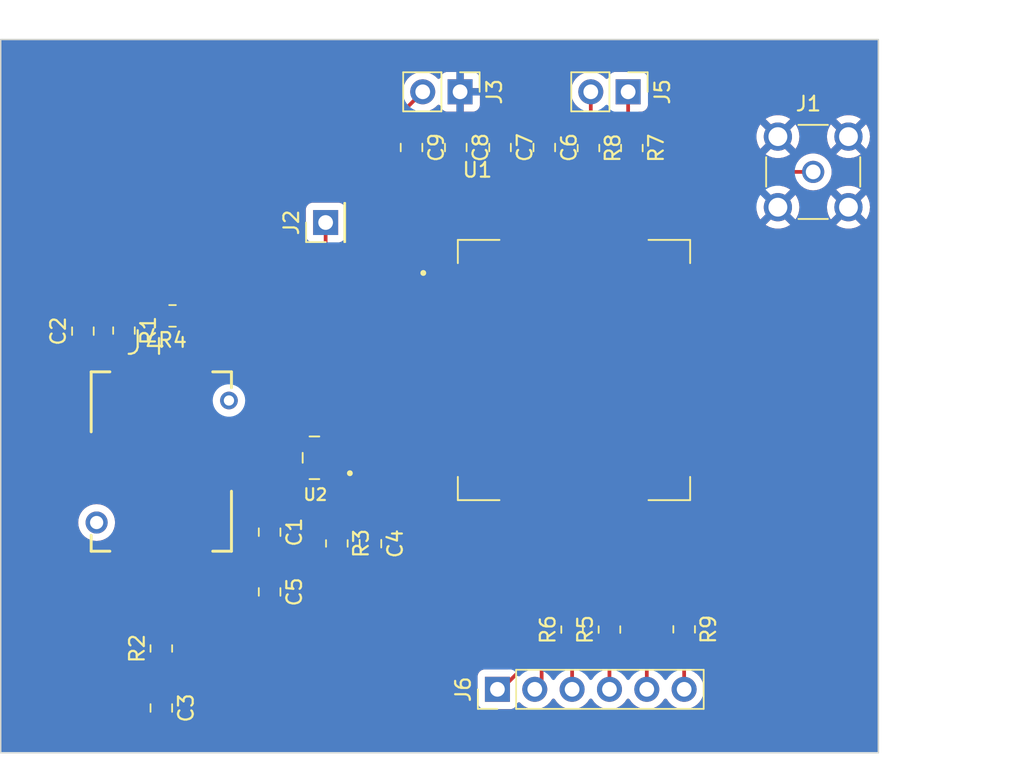
<source format=kicad_pcb>
(kicad_pcb (version 20221018) (generator pcbnew)
  (layers (0 "F.Cu" signal) (31 "B.Cu" signal) (34 "B.Paste" user) (35 "F.Paste" user) (36 "B.SilkS" user "B.Silkscreen") (37 "F.SilkS" user "F.Silkscreen") (38 "B.Mask" user) (39 "F.Mask" user) (44 "Edge.Cuts" user))
  (net 0 "")
  (net 1 "Net-(J4-GND)")
  (net 2 "Net-(J4-VCC)")
  (net 3 "Net-(U1-USIM_DATA)")
  (net 4 "GND")
  (net 5 "Net-(U1-USIM_RST)")
  (net 6 "Net-(U1-USIM_CLK)")
  (net 7 "Net-(J2-Pin_1)")
  (net 8 "Net-(J4-RST)")
  (net 9 "Net-(J4-CLK)")
  (net 11 "Net-(U1-MAIN_RXD)")
  (net 12 "Net-(U1-MAIN_TXD)")
  (net 13 "Net-(U1-DBG_RXD)")
  (net 14 "Net-(U1-DBG_TXD)")
  (net 15 "Net-(U1-RI)")
  (net 45 "Net-(J4-I{slash}O)")
  (net 46 "Net-(U1-ANT_RF)")
  (net 47 "Net-(J3-Pin_2)")
  (net 48 "Net-(J5-Pin_1)")
  (net 49 "Net-(J5-Pin_2)")
  (net 51 "Net-(J6-Pin_1)")
  (net 52 "Net-(J6-Pin_2)")
  (net 53 "Net-(J6-Pin_3)")
  (net 54 "Net-(J6-Pin_4)")
  (net 55 "Net-(J6-Pin_5)")
  (net 56 "Net-(J6-Pin_6)")
  (footprint "Capacitor_SMD:C_0805_2012Metric_Pad1.18x1.45mm_HandSolder" (layer "F.Cu") (at 81.026 105.156 -90)
    (fp_text reference "C3" (at 0 -1.68 90) (layer "F.SilkS"))
    (fp_text value "33p")
    (fp_line (start -0.261252 -0.735) (end 0.261252 -0.735) (stroke (width 0.12)) (layer "F.SilkS"))
    (fp_line (start -0.261252 0.735) (end 0.261252 0.735) (stroke (width 0.12)) (layer "F.SilkS"))
    (pad "1" smd roundrect (at -1.0375 0 270) (size 1.175 1.45) (layers "F.Cu" "F.Paste" "F.Mask") (roundrect_rratio 0.212766) (net 5 "Net-(U1-USIM_RST)"))
    (pad "2" smd roundrect (at 1.0375 0 270) (size 1.175 1.45) (layers "F.Cu" "F.Paste" "F.Mask") (roundrect_rratio 0.212766) (net 4 "GND"))
  )
  (footprint "Resistor_SMD:R_0805_2012Metric_Pad1.20x1.40mm_HandSolder" (layer "F.Cu") (at 78.486 79.486 -90)
    (fp_text reference "R1" (at 0 -1.65 90) (layer "F.SilkS"))
    (fp_text value "22")
    (fp_line (start -0.227064 -0.735) (end 0.227064 -0.735) (stroke (width 0.12)) (layer "F.SilkS"))
    (fp_line (start -0.227064 0.735) (end 0.227064 0.735) (stroke (width 0.12)) (layer "F.SilkS"))
    (pad "1" smd roundrect (at -1 0 270) (size 1.2 1.4) (layers "F.Cu" "F.Paste" "F.Mask") (roundrect_rratio 0.208333) (net 3 "Net-(U1-USIM_DATA)"))
    (pad "2" smd roundrect (at 1 0 270) (size 1.2 1.4) (layers "F.Cu" "F.Paste" "F.Mask") (roundrect_rratio 0.208333) (net 45 "Net-(J4-I{slash}O)"))
  )
  (footprint "SMA_CONNECTOR:LPRS_SMA_CONNECTOR" (layer "F.Cu") (at 125.362 68.694)
    (fp_text reference "J1" (at -0.325 -4.635) (layer "F.SilkS"))
    (fp_text value "SMA_CONNECTOR")
    (fp_line (start -3.2 1) (end -3.2 -1) (stroke (width 0.127)) (layer "F.SilkS"))
    (fp_line (start -1 -3.2) (end 1 -3.2) (stroke (width 0.127)) (layer "F.SilkS"))
    (fp_line (start 1 3.2) (end -1 3.2) (stroke (width 0.127)) (layer "F.SilkS"))
    (fp_line (start 3.2 -1) (end 3.2 1) (stroke (width 0.127)) (layer "F.SilkS"))
    (pad "1" thru_hole circle (at 0 0) (size 1.508 1.508) (drill 1) (layers "*.Cu" "*.Mask") (net 46 "Net-(U1-ANT_RF)"))
    (pad "G1" thru_hole circle (at -2.4 -2.4) (size 1.92 1.92) (drill 1.28) (layers "*.Cu" "*.Mask") (net 4 "GND"))
    (pad "G2" thru_hole circle (at -2.4 2.4) (size 1.92 1.92) (drill 1.28) (layers "*.Cu" "*.Mask") (net 4 "GND"))
    (pad "G3" thru_hole circle (at 2.4 2.4) (size 1.92 1.92) (drill 1.28) (layers "*.Cu" "*.Mask") (net 4 "GND"))
    (pad "G4" thru_hole circle (at 2.4 -2.4) (size 1.92 1.92) (drill 1.28) (layers "*.Cu" "*.Mask") (net 4 "GND"))
  )
  (footprint "Capacitor_SMD:C_0805_2012Metric_Pad1.18x1.45mm_HandSolder" (layer "F.Cu") (at 104.064 67.0345 -90)
    (fp_text reference "C7" (at 0 -1.68 90) (layer "F.SilkS"))
    (fp_text value "100p")
    (fp_line (start -0.261252 -0.735) (end 0.261252 -0.735) (stroke (width 0.12)) (layer "F.SilkS"))
    (fp_line (start -0.261252 0.735) (end 0.261252 0.735) (stroke (width 0.12)) (layer "F.SilkS"))
    (pad "1" smd roundrect (at -1.0375 0 270) (size 1.175 1.45) (layers "F.Cu" "F.Paste" "F.Mask") (roundrect_rratio 0.212766) (net 4 "GND"))
    (pad "2" smd roundrect (at 1.0375 0 270) (size 1.175 1.45) (layers "F.Cu" "F.Paste" "F.Mask") (roundrect_rratio 0.212766) (net 47 "Net-(J3-Pin_2)"))
  )
  (footprint "Resistor_SMD:R_0805_2012Metric_Pad1.20x1.40mm_HandSolder" (layer "F.Cu") (at 81.026 101.108 90)
    (fp_text reference "R2" (at 0 -1.65 90) (layer "F.SilkS"))
    (fp_text value "22")
    (fp_line (start -0.227064 -0.735) (end 0.227064 -0.735) (stroke (width 0.12)) (layer "F.SilkS"))
    (fp_line (start -0.227064 0.735) (end 0.227064 0.735) (stroke (width 0.12)) (layer "F.SilkS"))
    (pad "1" smd roundrect (at -1 0 90) (size 1.2 1.4) (layers "F.Cu" "F.Paste" "F.Mask") (roundrect_rratio 0.208333) (net 5 "Net-(U1-USIM_RST)"))
    (pad "2" smd roundrect (at 1 0 90) (size 1.2 1.4) (layers "F.Cu" "F.Paste" "F.Mask") (roundrect_rratio 0.208333) (net 8 "Net-(J4-RST)"))
  )
  (footprint "Resistor_SMD:R_0805_2012Metric_Pad1.20x1.40mm_HandSolder" (layer "F.Cu") (at 110.08 67.072 -90)
    (fp_text reference "R8" (at 0 -1.65 90) (layer "F.SilkS"))
    (fp_text value "1k")
    (fp_line (start -0.227064 -0.735) (end 0.227064 -0.735) (stroke (width 0.12)) (layer "F.SilkS"))
    (fp_line (start -0.227064 0.735) (end 0.227064 0.735) (stroke (width 0.12)) (layer "F.SilkS"))
    (pad "1" smd roundrect (at -1 0 270) (size 1.2 1.4) (layers "F.Cu" "F.Paste" "F.Mask") (roundrect_rratio 0.208333) (net 49 "Net-(J5-Pin_2)"))
    (pad "2" smd roundrect (at 1 0 270) (size 1.2 1.4) (layers "F.Cu" "F.Paste" "F.Mask") (roundrect_rratio 0.208333) (net 14 "Net-(U1-DBG_TXD)"))
  )
  (footprint "Resistor_SMD:R_0805_2012Metric_Pad1.20x1.40mm_HandSolder" (layer "F.Cu") (at 108.966 99.822 90)
    (fp_text reference "R6" (at 0 -1.65 90) (layer "F.SilkS"))
    (fp_text value "1k")
    (fp_line (start -0.227064 -0.735) (end 0.227064 -0.735) (stroke (width 0.12)) (layer "F.SilkS"))
    (fp_line (start -0.227064 0.735) (end 0.227064 0.735) (stroke (width 0.12)) (layer "F.SilkS"))
    (pad "1" smd roundrect (at -1 0 90) (size 1.2 1.4) (layers "F.Cu" "F.Paste" "F.Mask") (roundrect_rratio 0.208333) (net 53 "Net-(J6-Pin_3)"))
    (pad "2" smd roundrect (at 1 0 90) (size 1.2 1.4) (layers "F.Cu" "F.Paste" "F.Mask") (roundrect_rratio 0.208333) (net 12 "Net-(U1-MAIN_TXD)"))
  )
  (footprint "ESDS304DBVR:SOT95P280X145-5N" (layer "F.Cu") (at 91.44 88.138 180)
    (fp_text reference "U2" (at -0.06 -2.508) (layer "F.SilkS") (effects (font (size 0.8 0.8))))
    (fp_text value "ESDS304DBVR")
    (fp_line (start -0.33 -1.45) (end 0.33 -1.45) (stroke (width 0.127)) (layer "F.SilkS"))
    (fp_line (start 0.33 1.45) (end -0.33 1.45) (stroke (width 0.127)) (layer "F.SilkS"))
    (fp_line (start 0.8 -0.335) (end 0.8 0.335) (stroke (width 0.127)) (layer "F.SilkS"))
    (fp_circle (center -2.41 -1.05) (end -2.31 -1.05) (stroke (width 0.2)) (fill none) (layer "F.SilkS"))
    (pad "1" smd roundrect (at -1.255 -0.95 180) (size 1.21 0.59) (layers "F.Cu" "F.Paste" "F.Mask") (roundrect_rratio 0.15) (net 2 "Net-(J4-VCC)"))
    (pad "2" smd roundrect (at -1.255 0 180) (size 1.21 0.59) (layers "F.Cu" "F.Paste" "F.Mask") (roundrect_rratio 0.15) (net 4 "GND"))
    (pad "3" smd roundrect (at -1.255 0.95 180) (size 1.21 0.59) (layers "F.Cu" "F.Paste" "F.Mask") (roundrect_rratio 0.15) (net 6 "Net-(U1-USIM_CLK)"))
    (pad "4" smd roundrect (at 1.255 0.95 180) (size 1.21 0.59) (layers "F.Cu" "F.Paste" "F.Mask") (roundrect_rratio 0.15) (net 5 "Net-(U1-USIM_RST)"))
    (pad "5" smd roundrect (at 1.255 -0.95 180) (size 1.21 0.59) (layers "F.Cu" "F.Paste" "F.Mask") (roundrect_rratio 0.15) (net 3 "Net-(U1-USIM_DATA)"))
  )
  (footprint "Resistor_SMD:R_0805_2012Metric_Pad1.20x1.40mm_HandSolder" (layer "F.Cu") (at 113.03 67.072 -90)
    (fp_text reference "R7" (at 0 -1.65 90) (layer "F.SilkS"))
    (fp_text value "1k")
    (fp_line (start -0.227064 -0.735) (end 0.227064 -0.735) (stroke (width 0.12)) (layer "F.SilkS"))
    (fp_line (start -0.227064 0.735) (end 0.227064 0.735) (stroke (width 0.12)) (layer "F.SilkS"))
    (pad "1" smd roundrect (at -1 0 270) (size 1.2 1.4) (layers "F.Cu" "F.Paste" "F.Mask") (roundrect_rratio 0.208333) (net 48 "Net-(J5-Pin_1)"))
    (pad "2" smd roundrect (at 1 0 270) (size 1.2 1.4) (layers "F.Cu" "F.Paste" "F.Mask") (roundrect_rratio 0.208333) (net 13 "Net-(U1-DBG_RXD)"))
  )
  (footprint "Capacitor_SMD:C_0805_2012Metric_Pad1.18x1.45mm_HandSolder" (layer "F.Cu") (at 75.692 79.5235 90)
    (fp_text reference "C2" (at 0 -1.68 90) (layer "F.SilkS"))
    (fp_text value "33p")
    (fp_line (start -0.261252 -0.735) (end 0.261252 -0.735) (stroke (width 0.12)) (layer "F.SilkS"))
    (fp_line (start -0.261252 0.735) (end 0.261252 0.735) (stroke (width 0.12)) (layer "F.SilkS"))
    (pad "1" smd roundrect (at -1.0375 0 90) (size 1.175 1.45) (layers "F.Cu" "F.Paste" "F.Mask") (roundrect_rratio 0.212766) (net 3 "Net-(U1-USIM_DATA)"))
    (pad "2" smd roundrect (at 1.0375 0 90) (size 1.175 1.45) (layers "F.Cu" "F.Paste" "F.Mask") (roundrect_rratio 0.212766) (net 4 "GND"))
  )
  (footprint "Connector_PinHeader_2.54mm:PinHeader_1x02_P2.54mm_Vertical" (layer "F.Cu") (at 112.776 63.246 -90)
    (fp_text reference "J5" (at 0 -2.33 90) (layer "F.SilkS"))
    (fp_text value "Conn_01x02_Pin")
    (fp_line (start -1.33 -1.33) (end 0 -1.33) (stroke (width 0.12)) (layer "F.SilkS"))
    (fp_line (start -1.33 0) (end -1.33 -1.33) (stroke (width 0.12)) (layer "F.SilkS"))
    (fp_line (start -1.33 1.27) (end -1.33 3.87) (stroke (width 0.12)) (layer "F.SilkS"))
    (fp_line (start -1.33 1.27) (end 1.33 1.27) (stroke (width 0.12)) (layer "F.SilkS"))
    (fp_line (start -1.33 3.87) (end 1.33 3.87) (stroke (width 0.12)) (layer "F.SilkS"))
    (fp_line (start 1.33 1.27) (end 1.33 3.87) (stroke (width 0.12)) (layer "F.SilkS"))
    (pad "1" thru_hole rect (at 0 0 270) (size 1.7 1.7) (drill 1) (layers "*.Cu" "*.Mask") (net 48 "Net-(J5-Pin_1)"))
    (pad "2" thru_hole oval (at 0 2.54 270) (size 1.7 1.7) (drill 1) (layers "*.Cu" "*.Mask") (net 49 "Net-(J5-Pin_2)"))
  )
  (footprint "Capacitor_SMD:C_0805_2012Metric_Pad1.18x1.45mm_HandSolder" (layer "F.Cu") (at 101.054 67.0345 -90)
    (fp_text reference "C8" (at 0 -1.68 90) (layer "F.SilkS"))
    (fp_text value "22p")
    (fp_line (start -0.261252 -0.735) (end 0.261252 -0.735) (stroke (width 0.12)) (layer "F.SilkS"))
    (fp_line (start -0.261252 0.735) (end 0.261252 0.735) (stroke (width 0.12)) (layer "F.SilkS"))
    (pad "1" smd roundrect (at -1.0375 0 270) (size 1.175 1.45) (layers "F.Cu" "F.Paste" "F.Mask") (roundrect_rratio 0.212766) (net 4 "GND"))
    (pad "2" smd roundrect (at 1.0375 0 270) (size 1.175 1.45) (layers "F.Cu" "F.Paste" "F.Mask") (roundrect_rratio 0.212766) (net 47 "Net-(J3-Pin_2)"))
  )
  (footprint "Connector_PinHeader_2.54mm:PinHeader_1x01_P2.54mm_Vertical" (layer "F.Cu") (at 92.202 72.136 90)
    (fp_text reference "J2" (at 0 -2.33 90) (layer "F.SilkS"))
    (fp_text value "Conn_01x01_Pin")
    (fp_line (start -1.33 -1.33) (end 0 -1.33) (stroke (width 0.12)) (layer "F.SilkS"))
    (fp_line (start -1.33 0) (end -1.33 -1.33) (stroke (width 0.12)) (layer "F.SilkS"))
    (fp_line (start -1.33 1.27) (end -1.33 1.33) (stroke (width 0.12)) (layer "F.SilkS"))
    (fp_line (start -1.33 1.27) (end 1.33 1.27) (stroke (width 0.12)) (layer "F.SilkS"))
    (fp_line (start -1.33 1.33) (end 1.33 1.33) (stroke (width 0.12)) (layer "F.SilkS"))
    (fp_line (start 1.33 1.27) (end 1.33 1.33) (stroke (width 0.12)) (layer "F.SilkS"))
    (pad "1" thru_hole rect (at 0 0 90) (size 1.7 1.7) (drill 1) (layers "*.Cu" "*.Mask") (net 7 "Net-(J2-Pin_1)"))
  )
  (footprint "Resistor_SMD:R_0805_2012Metric_Pad1.20x1.40mm_HandSolder" (layer "F.Cu") (at 92.964 93.964 -90)
    (fp_text reference "R3" (at 0 -1.65 90) (layer "F.SilkS"))
    (fp_text value "22")
    (fp_line (start -0.227064 -0.735) (end 0.227064 -0.735) (stroke (width 0.12)) (layer "F.SilkS"))
    (fp_line (start -0.227064 0.735) (end 0.227064 0.735) (stroke (width 0.12)) (layer "F.SilkS"))
    (pad "1" smd roundrect (at -1 0 270) (size 1.2 1.4) (layers "F.Cu" "F.Paste" "F.Mask") (roundrect_rratio 0.208333) (net 6 "Net-(U1-USIM_CLK)"))
    (pad "2" smd roundrect (at 1 0 270) (size 1.2 1.4) (layers "F.Cu" "F.Paste" "F.Mask") (roundrect_rratio 0.208333) (net 9 "Net-(J4-CLK)"))
  )
  (footprint "Resistor_SMD:R_0805_2012Metric_Pad1.20x1.40mm_HandSolder" (layer "F.Cu") (at 116.586 99.806 -90)
    (fp_text reference "R9" (at 0 -1.65 90) (layer "F.SilkS"))
    (fp_text value "1k")
    (fp_line (start -0.227064 -0.735) (end 0.227064 -0.735) (stroke (width 0.12)) (layer "F.SilkS"))
    (fp_line (start -0.227064 0.735) (end 0.227064 0.735) (stroke (width 0.12)) (layer "F.SilkS"))
    (pad "1" smd roundrect (at -1 0 270) (size 1.2 1.4) (layers "F.Cu" "F.Paste" "F.Mask") (roundrect_rratio 0.208333) (net 15 "Net-(U1-RI)"))
    (pad "2" smd roundrect (at 1 0 270) (size 1.2 1.4) (layers "F.Cu" "F.Paste" "F.Mask") (roundrect_rratio 0.208333) (net 56 "Net-(J6-Pin_6)"))
  )
  (footprint "Capacitor_SMD:C_0805_2012Metric_Pad1.18x1.45mm_HandSolder" (layer "F.Cu") (at 98.044 67.0345 -90)
    (fp_text reference "C9" (at 0 -1.68 90) (layer "F.SilkS"))
    (fp_text value "100µ")
    (fp_line (start -0.261252 -0.735) (end 0.261252 -0.735) (stroke (width 0.12)) (layer "F.SilkS"))
    (fp_line (start -0.261252 0.735) (end 0.261252 0.735) (stroke (width 0.12)) (layer "F.SilkS"))
    (pad "1" smd roundrect (at -1.0375 0 270) (size 1.175 1.45) (layers "F.Cu" "F.Paste" "F.Mask") (roundrect_rratio 0.212766) (net 4 "GND"))
    (pad "2" smd roundrect (at 1.0375 0 270) (size 1.175 1.45) (layers "F.Cu" "F.Paste" "F.Mask") (roundrect_rratio 0.212766) (net 47 "Net-(J3-Pin_2)"))
  )
  (footprint "Capacitor_SMD:C_0805_2012Metric_Pad1.18x1.45mm_HandSolder" (layer "F.Cu") (at 88.392 93.1965 -90)
    (fp_text reference "C1" (at 0 -1.68 90) (layer "F.SilkS"))
    (fp_text value "100n")
    (fp_line (start -0.261252 -0.735) (end 0.261252 -0.735) (stroke (width 0.12)) (layer "F.SilkS"))
    (fp_line (start -0.261252 0.735) (end 0.261252 0.735) (stroke (width 0.12)) (layer "F.SilkS"))
    (pad "1" smd roundrect (at -1.0375 0 270) (size 1.175 1.45) (layers "F.Cu" "F.Paste" "F.Mask") (roundrect_rratio 0.212766) (net 1 "Net-(J4-GND)"))
    (pad "2" smd roundrect (at 1.0375 0 270) (size 1.175 1.45) (layers "F.Cu" "F.Paste" "F.Mask") (roundrect_rratio 0.212766) (net 2 "Net-(J4-VCC)"))
  )
  (footprint "Connector_PinHeader_2.54mm:PinHeader_1x06_P2.54mm_Vertical" (layer "F.Cu") (at 103.886 103.886 90)
    (fp_text reference "J6" (at 0 -2.33 90) (layer "F.SilkS"))
    (fp_text value "Conn_01x06_Pin")
    (fp_line (start -1.33 -1.33) (end 0 -1.33) (stroke (width 0.12)) (layer "F.SilkS"))
    (fp_line (start -1.33 0) (end -1.33 -1.33) (stroke (width 0.12)) (layer "F.SilkS"))
    (fp_line (start -1.33 1.27) (end -1.33 14.03) (stroke (width 0.12)) (layer "F.SilkS"))
    (fp_line (start -1.33 1.27) (end 1.33 1.27) (stroke (width 0.12)) (layer "F.SilkS"))
    (fp_line (start -1.33 14.03) (end 1.33 14.03) (stroke (width 0.12)) (layer "F.SilkS"))
    (fp_line (start 1.33 1.27) (end 1.33 14.03) (stroke (width 0.12)) (layer "F.SilkS"))
    (pad "1" thru_hole rect (at 0 0 90) (size 1.7 1.7) (drill 1) (layers "*.Cu" "*.Mask") (net 51 "Net-(J6-Pin_1)"))
    (pad "2" thru_hole oval (at 0 2.54 90) (size 1.7 1.7) (drill 1) (layers "*.Cu" "*.Mask") (net 52 "Net-(J6-Pin_2)"))
    (pad "3" thru_hole oval (at 0 5.08 90) (size 1.7 1.7) (drill 1) (layers "*.Cu" "*.Mask") (net 53 "Net-(J6-Pin_3)"))
    (pad "4" thru_hole oval (at 0 7.62 90) (size 1.7 1.7) (drill 1) (layers "*.Cu" "*.Mask") (net 54 "Net-(J6-Pin_4)"))
    (pad "5" thru_hole oval (at 0 10.16 90) (size 1.7 1.7) (drill 1) (layers "*.Cu" "*.Mask") (net 55 "Net-(J6-Pin_5)"))
    (pad "6" thru_hole oval (at 0 12.7 90) (size 1.7 1.7) (drill 1) (layers "*.Cu" "*.Mask") (net 56 "Net-(J6-Pin_6)"))
  )
  (footprint "Resistor_SMD:R_0805_2012Metric_Pad1.20x1.40mm_HandSolder" (layer "F.Cu") (at 81.788 78.486 180)
    (fp_text reference "R4" (at 0 -1.65) (layer "F.SilkS"))
    (fp_text value "10k")
    (fp_line (start -0.227064 -0.735) (end 0.227064 -0.735) (stroke (width 0.12)) (layer "F.SilkS"))
    (fp_line (start -0.227064 0.735) (end 0.227064 0.735) (stroke (width 0.12)) (layer "F.SilkS"))
    (pad "1" smd roundrect (at -1 0 180) (size 1.2 1.4) (layers "F.Cu" "F.Paste" "F.Mask") (roundrect_rratio 0.208333) (net 2 "Net-(J4-VCC)"))
    (pad "2" smd roundrect (at 1 0 180) (size 1.2 1.4) (layers "F.Cu" "F.Paste" "F.Mask") (roundrect_rratio 0.208333) (net 45 "Net-(J4-I{slash}O)"))
  )
  (footprint "Resistor_SMD:R_0805_2012Metric_Pad1.20x1.40mm_HandSolder" (layer "F.Cu") (at 111.506 99.822 90)
    (fp_text reference "R5" (at 0 -1.65 90) (layer "F.SilkS"))
    (fp_text value "1k")
    (fp_line (start -0.227064 -0.735) (end 0.227064 -0.735) (stroke (width 0.12)) (layer "F.SilkS"))
    (fp_line (start -0.227064 0.735) (end 0.227064 0.735) (stroke (width 0.12)) (layer "F.SilkS"))
    (pad "1" smd roundrect (at -1 0 90) (size 1.2 1.4) (layers "F.Cu" "F.Paste" "F.Mask") (roundrect_rratio 0.208333) (net 54 "Net-(J6-Pin_4)"))
    (pad "2" smd roundrect (at 1 0 90) (size 1.2 1.4) (layers "F.Cu" "F.Paste" "F.Mask") (roundrect_rratio 0.208333) (net 11 "Net-(U1-MAIN_RXD)"))
  )
  (footprint "Capacitor_SMD:C_0805_2012Metric_Pad1.18x1.45mm_HandSolder" (layer "F.Cu") (at 88.392 97.2605 -90)
    (fp_text reference "C5" (at 0 -1.68 90) (layer "F.SilkS"))
    (fp_text value "33p")
    (fp_line (start -0.261252 -0.735) (end 0.261252 -0.735) (stroke (width 0.12)) (layer "F.SilkS"))
    (fp_line (start -0.261252 0.735) (end 0.261252 0.735) (stroke (width 0.12)) (layer "F.SilkS"))
    (pad "1" smd roundrect (at -1.0375 0 270) (size 1.175 1.45) (layers "F.Cu" "F.Paste" "F.Mask") (roundrect_rratio 0.212766) (net 2 "Net-(J4-VCC)"))
    (pad "2" smd roundrect (at 1.0375 0 270) (size 1.175 1.45) (layers "F.Cu" "F.Paste" "F.Mask") (roundrect_rratio 0.212766) (net 4 "GND"))
  )
  (footprint "Connector_PinHeader_2.54mm:PinHeader_1x02_P2.54mm_Vertical" (layer "F.Cu") (at 101.346 63.246 -90)
    (fp_text reference "J3" (at 0 -2.33 90) (layer "F.SilkS"))
    (fp_text value "Conn_01x02_Pin")
    (fp_line (start -1.33 -1.33) (end 0 -1.33) (stroke (width 0.12)) (layer "F.SilkS"))
    (fp_line (start -1.33 0) (end -1.33 -1.33) (stroke (width 0.12)) (layer "F.SilkS"))
    (fp_line (start -1.33 1.27) (end -1.33 3.87) (stroke (width 0.12)) (layer "F.SilkS"))
    (fp_line (start -1.33 1.27) (end 1.33 1.27) (stroke (width 0.12)) (layer "F.SilkS"))
    (fp_line (start -1.33 3.87) (end 1.33 3.87) (stroke (width 0.12)) (layer "F.SilkS"))
    (fp_line (start 1.33 1.27) (end 1.33 3.87) (stroke (width 0.12)) (layer "F.SilkS"))
    (pad "1" thru_hole rect (at 0 0 270) (size 1.7 1.7) (drill 1) (layers "*.Cu" "*.Mask") (net 4 "GND"))
    (pad "2" thru_hole oval (at 0 2.54 270) (size 1.7 1.7) (drill 1) (layers "*.Cu" "*.Mask") (net 47 "Net-(J3-Pin_2)"))
  )
  (footprint "Capacitor_SMD:C_0805_2012Metric_Pad1.18x1.45mm_HandSolder" (layer "F.Cu") (at 107.074 67.0345 -90)
    (fp_text reference "C6" (at 0 -1.68 90) (layer "F.SilkS"))
    (fp_text value "100n")
    (fp_line (start -0.261252 -0.735) (end 0.261252 -0.735) (stroke (width 0.12)) (layer "F.SilkS"))
    (fp_line (start -0.261252 0.735) (end 0.261252 0.735) (stroke (width 0.12)) (layer "F.SilkS"))
    (pad "1" smd roundrect (at -1.0375 0 270) (size 1.175 1.45) (layers "F.Cu" "F.Paste" "F.Mask") (roundrect_rratio 0.212766) (net 4 "GND"))
    (pad "2" smd roundrect (at 1.0375 0 270) (size 1.175 1.45) (layers "F.Cu" "F.Paste" "F.Mask") (roundrect_rratio 0.212766) (net 47 "Net-(J3-Pin_2)"))
  )
  (footprint "SIM8051-6-0-14-01-X-REVD:GCT_SIM8051-6-0-14-01-X-REVD" (layer "F.Cu") (at 81.026 88.392)
    (fp_text reference "J4" (at -1.07195 -8.05972) (layer "F.SilkS") (effects (font (size 1.602929 1.602929))))
    (fp_text value "SIM8051-6-0-14-01-X-REVD")
    (fp_line (start -4.77 -6.1) (end -3.5 -6.1) (stroke (width 0.2)) (layer "F.SilkS"))
    (fp_line (start -4.77 -2.02) (end -4.77 -6.1) (stroke (width 0.2)) (layer "F.SilkS"))
    (fp_line (start -4.77 6.1) (end -4.77 5.02) (stroke (width 0.2)) (layer "F.SilkS"))
    (fp_line (start -4.77 6.1) (end -3.5 6.1) (stroke (width 0.2)) (layer "F.SilkS"))
    (fp_line (start 3.5 -6.1) (end 4.77 -6.1) (stroke (width 0.2)) (layer "F.SilkS"))
    (fp_line (start 3.5 6.1) (end 4.77 6.1) (stroke (width 0.2)) (layer "F.SilkS"))
    (fp_line (start 4.77 -5.02) (end 4.77 -6.1) (stroke (width 0.2)) (layer "F.SilkS"))
    (fp_line (start 4.77 6.1) (end 4.77 2.02) (stroke (width 0.2)) (layer "F.SilkS"))
    (pad "1" thru_hole circle (at -4.4 4.15) (size 1.5 1.5) (drill 0.9) (layers "*.Cu" "*.Mask"))
    (pad "2" thru_hole circle (at 4.6 -4.15) (size 1.2 1.2) (drill 0.7) (layers "*.Cu" "*.Mask"))
    (pad "6" smd rect (at 5.3 0) (size 1 3) (layers "F.Cu" "F.Paste" "F.Mask"))
    (pad "10" smd rect (at -5.3 0) (size 1 3) (layers "F.Cu" "F.Paste" "F.Mask"))
    (pad "C1" smd rect (at 2.54 5.9) (size 1 1.1) (layers "F.Cu" "F.Paste" "F.Mask") (net 2 "Net-(J4-VCC)"))
    (pad "C2" smd rect (at 0 5.9) (size 1 1.1) (layers "F.Cu" "F.Paste" "F.Mask") (net 8 "Net-(J4-RST)"))
    (pad "C3" smd rect (at -2.54 5.9) (size 1 1.1) (layers "F.Cu" "F.Paste" "F.Mask") (net 9 "Net-(J4-CLK)"))
    (pad "C5" smd rect (at 2.54 -5.9) (size 1 1.1) (layers "F.Cu" "F.Paste" "F.Mask") (net 1 "Net-(J4-GND)"))
    (pad "C6" smd rect (at 0 -5.9) (size 1 1.1) (layers "F.Cu" "F.Paste" "F.Mask"))
    (pad "C7" smd rect (at -2.54 -5.9) (size 1 1.1) (layers "F.Cu" "F.Paste" "F.Mask") (net 45 "Net-(J4-I{slash}O)"))
  )
  (footprint "BC660K-GL:XCVR_BC660K-GL" (layer "F.Cu") (at 109.094 82.168)
    (fp_text reference "U1" (at -6.575 -13.605) (layer "F.SilkS"))
    (fp_text value "BC660K-GL")
    (fp_line (start -7.9 -8.85) (end -7.9 -7.27) (stroke (width 0.127)) (layer "F.SilkS"))
    (fp_line (start -7.9 8.85) (end -7.9 7.27) (stroke (width 0.127)) (layer "F.SilkS"))
    (fp_line (start -7.9 8.85) (end -5.07 8.85) (stroke (width 0.127)) (layer "F.SilkS"))
    (fp_line (start -5.07 -8.85) (end -7.9 -8.85) (stroke (width 0.127)) (layer "F.SilkS"))
    (fp_line (start 5.07 8.85) (end 7.9 8.85) (stroke (width 0.127)) (layer "F.SilkS"))
    (fp_line (start 7.9 -8.85) (end 5.07 -8.85) (stroke (width 0.127)) (layer "F.SilkS"))
    (fp_line (start 7.9 -7.27) (end 7.9 -8.85) (stroke (width 0.127)) (layer "F.SilkS"))
    (fp_line (start 7.9 8.85) (end 7.9 7.27) (stroke (width 0.127)) (layer "F.SilkS"))
    (fp_circle (center -10.25 -6.6) (end -10.15 -6.6) (stroke (width 0.2)) (fill none) (layer "F.SilkS"))
    (pad "1" smd oval (at -7.65 -6.6) (size 2.5 0.7) (layers "F.Cu" "F.Mask") (net 4 "GND"))
    (pad "2" smd oval (at -7.65 -5.5) (size 2.5 0.7) (layers "F.Cu" "F.Mask"))
    (pad "3" smd oval (at -7.65 -4.4) (size 2.5 0.7) (layers "F.Cu" "F.Mask"))
    (pad "4" smd oval (at -7.65 -3.3) (size 2.5 0.7) (layers "F.Cu" "F.Mask"))
    (pad "5" smd oval (at -7.65 -2.2) (size 2.5 0.7) (layers "F.Cu" "F.Mask"))
    (pad "6" smd oval (at -7.65 -1.1) (size 2.5 0.7) (layers "F.Cu" "F.Mask"))
    (pad "7" smd oval (at -7.65 0) (size 2.5 0.7) (layers "F.Cu" "F.Mask") (net 7 "Net-(J2-Pin_1)"))
    (pad "8" smd oval (at -7.65 1.1) (size 2.5 0.7) (layers "F.Cu" "F.Mask"))
    (pad "9" smd oval (at -7.65 2.2) (size 2.5 0.7) (layers "F.Cu" "F.Mask"))
    (pad "10" smd oval (at -7.65 3.3) (size 2.5 0.7) (layers "F.Cu" "F.Mask") (net 1 "Net-(J4-GND)"))
    (pad "11" smd oval (at -7.65 4.4) (size 2.5 0.7) (layers "F.Cu" "F.Mask") (net 3 "Net-(U1-USIM_DATA)"))
    (pad "12" smd oval (at -7.65 5.5) (size 2.5 0.7) (layers "F.Cu" "F.Mask") (net 5 "Net-(U1-USIM_RST)"))
    (pad "13" smd oval (at -7.65 6.6) (size 2.5 0.7) (layers "F.Cu" "F.Mask") (net 6 "Net-(U1-USIM_CLK)"))
    (pad "14" smd oval (at -4.4 8.6) (size 0.7 2.5) (layers "F.Cu" "F.Mask") (net 2 "Net-(J4-VCC)"))
    (pad "15" smd oval (at -3.3 8.6) (size 0.7 2.5) (layers "F.Cu" "F.Mask") (net 51 "Net-(J6-Pin_1)"))
    (pad "16" smd oval (at -2.2 8.6) (size 0.7 2.5) (layers "F.Cu" "F.Mask") (net 52 "Net-(J6-Pin_2)"))
    (pad "17" smd oval (at -1.1 8.6) (size 0.7 2.5) (layers "F.Cu" "F.Mask") (net 12 "Net-(U1-MAIN_TXD)"))
    (pad "18" smd oval (at 0 8.6) (size 0.7 2.5) (layers "F.Cu" "F.Mask") (net 11 "Net-(U1-MAIN_RXD)"))
    (pad "19" smd oval (at 1.1 8.6) (size 0.7 2.5) (layers "F.Cu" "F.Mask") (net 55 "Net-(J6-Pin_5)"))
    (pad "20" smd oval (at 2.2 8.6) (size 0.7 2.5) (layers "F.Cu" "F.Mask") (net 15 "Net-(U1-RI)"))
    (pad "21" smd oval (at 3.3 8.6) (size 0.7 2.5) (layers "F.Cu" "F.Mask"))
    (pad "22" smd oval (at 4.4 8.6) (size 0.7 2.5) (layers "F.Cu" "F.Mask"))
    (pad "23" smd oval (at 7.65 6.6) (size 2.5 0.7) (layers "F.Cu" "F.Mask"))
    (pad "24" smd oval (at 7.65 5.5) (size 2.5 0.7) (layers "F.Cu" "F.Mask"))
    (pad "25" smd oval (at 7.65 4.4) (size 2.5 0.7) (layers "F.Cu" "F.Mask"))
    (pad "26" smd oval (at 7.65 3.3) (size 2.5 0.7) (layers "F.Cu" "F.Mask"))
    (pad "27" smd oval (at 7.65 2.2) (size 2.5 0.7) (layers "F.Cu" "F.Mask") (net 4 "GND"))
    (pad "28" smd oval (at 7.65 1.1) (size 2.5 0.7) (layers "F.Cu" "F.Mask"))
    (pad "29" smd oval (at 7.65 0) (size 2.5 0.7) (layers "F.Cu" "F.Mask"))
    (pad "30" smd oval (at 7.65 -1.1) (size 2.5 0.7) (layers "F.Cu" "F.Mask"))
    (pad "31" smd oval (at 7.65 -2.2) (size 2.5 0.7) (layers "F.Cu" "F.Mask"))
    (pad "32" smd oval (at 7.65 -3.3) (size 2.5 0.7) (layers "F.Cu" "F.Mask"))
    (pad "33" smd oval (at 7.65 -4.4) (size 2.5 0.7) (layers "F.Cu" "F.Mask"))
    (pad "34" smd oval (at 7.65 -5.5) (size 2.5 0.7) (layers "F.Cu" "F.Mask") (net 4 "GND"))
    (pad "35" smd oval (at 7.65 -6.6) (size 2.5 0.7) (layers "F.Cu" "F.Mask") (net 46 "Net-(U1-ANT_RF)"))
    (pad "36" smd oval (at 4.4 -8.6) (size 0.7 2.5) (layers "F.Cu" "F.Mask") (net 4 "GND"))
    (pad "37" smd oval (at 3.3 -8.6) (size 0.7 2.5) (layers "F.Cu" "F.Mask") (net 4 "GND"))
    (pad "38" smd oval (at 2.2 -8.6) (size 0.7 2.5) (layers "F.Cu" "F.Mask") (net 13 "Net-(U1-DBG_RXD)"))
    (pad "39" smd oval (at 1.1 -8.6) (size 0.7 2.5) (layers "F.Cu" "F.Mask") (net 14 "Net-(U1-DBG_TXD)"))
    (pad "40" smd oval (at 0 -8.6) (size 0.7 2.5) (layers "F.Cu" "F.Mask") (net 4 "GND"))
    (pad "41" smd oval (at -1.1 -8.6) (size 0.7 2.5) (layers "F.Cu" "F.Mask") (net 4 "GND"))
    (pad "42" smd oval (at -2.2 -8.6) (size 0.7 2.5) (layers "F.Cu" "F.Mask") (net 47 "Net-(J3-Pin_2)"))
    (pad "43" smd oval (at -3.3 -8.6) (size 0.7 2.5) (layers "F.Cu" "F.Mask") (net 47 "Net-(J3-Pin_2)"))
    (pad "44" smd oval (at -4.4 -8.6) (size 0.7 2.5) (layers "F.Cu" "F.Mask"))
    (pad "45" smd rect (at -3.6 -2.7) (size 1 1) (layers "F.Cu" "F.Mask"))
    (pad "46" smd rect (at -3.6 -0.9) (size 1 1) (layers "F.Cu" "F.Mask"))
    (pad "47" smd rect (at -3.6 0.9) (size 1 1) (layers "F.Cu" "F.Mask"))
    (pad "48" smd rect (at -3.6 2.7) (size 1 1) (layers "F.Cu" "F.Mask"))
    (pad "49" smd rect (at -1.8 4.5) (size 1 1) (layers "F.Cu" "F.Mask"))
    (pad "50" smd rect (at 0 4.5) (size 1 1) (layers "F.Cu" "F.Mask"))
    (pad "51" smd rect (at 1.8 4.5) (size 1 1) (layers "F.Cu" "F.Mask"))
    (pad "52" smd rect (at 3.6 2.7) (size 1 1) (layers "F.Cu" "F.Mask") (net 4 "GND"))
    (pad "53" smd rect (at 3.6 0.9) (size 1 1) (layers "F.Cu" "F.Mask"))
    (pad "54" smd rect (at 3.6 -0.9) (size 1 1) (layers "F.Cu" "F.Mask"))
    (pad "55" smd rect (at 3.6 -2.7) (size 1 1) (layers "F.Cu" "F.Mask"))
    (pad "56" smd rect (at 1.8 -4.5) (size 1 1) (layers "F.Cu" "F.Mask") (net 4 "GND"))
    (pad "57" smd rect (at 0 -4.5) (size 1 1) (layers "F.Cu" "F.Mask") (net 4 "GND"))
    (pad "58" smd rect (at -1.8 -4.5) (size 1 1) (layers "F.Cu" "F.Mask") (net 4 "GND"))
  )
  (footprint "Capacitor_SMD:C_0805_2012Metric_Pad1.18x1.45mm_HandSolder" (layer "F.Cu") (at 95.25 93.98 -90)
    (fp_text reference "C4" (at 0 -1.68 90) (layer "F.SilkS"))
    (fp_text value "33p")
    (fp_line (start -0.261252 -0.735) (end 0.261252 -0.735) (stroke (width 0.12)) (layer "F.SilkS"))
    (fp_line (start -0.261252 0.735) (end 0.261252 0.735) (stroke (width 0.12)) (layer "F.SilkS"))
    (pad "1" smd roundrect (at -1.0375 0 270) (size 1.175 1.45) (layers "F.Cu" "F.Paste" "F.Mask") (roundrect_rratio 0.212766) (net 6 "Net-(U1-USIM_CLK)"))
    (pad "2" smd roundrect (at 1.0375 0 270) (size 1.175 1.45) (layers "F.Cu" "F.Paste" "F.Mask") (roundrect_rratio 0.212766) (net 4 "GND"))
  )
  (gr_rect (start 70.104 59.69) (end 129.794 108.204) (stroke (width 0.1)) (fill none) (layer "Edge.Cuts"))
  (segment (start 101.444 85.468) (end 100.544 85.468) (width 0.254) (layer "F.Cu") (net 1))
  (segment (start 79.636052 74.93) (end 76.977447 74.93) (width 0.254) (layer "F.Cu") (net 1))
  (segment (start 83.120999 92.159) (end 88.392 92.159) (width 0.254) (layer "F.Cu") (net 1))
  (segment (start 74.64 77.267448) (end 74.64 83.678) (width 0.254) (layer "F.Cu") (net 1))
  (segment (start 76.977447 74.93) (end 74.64 77.267448) (width 0.254) (layer "F.Cu") (net 1))
  (segment (start 81.861 77.154948) (end 79.636052 74.93) (width 0.254) (layer "F.Cu") (net 1))
  (segment (start 81.861 80.787) (end 81.861 77.154948) (width 0.254) (layer "F.Cu") (net 1))
  (segment (start 100.544 85.468) (end 97.568 82.492) (width 0.254) (layer "F.Cu") (net 1))
  (segment (start 74.64 83.678) (end 83.120999 92.159) (width 0.254) (layer "F.Cu") (net 1))
  (segment (start 83.566 82.492) (end 81.861 80.787) (width 0.254) (layer "F.Cu") (net 1))
  (segment (start 97.568 82.492) (end 83.566 82.492) (width 0.254) (layer "F.Cu") (net 1))
  (segment (start 81.026 73.66) (end 82.788 75.422) (width 0.254) (layer "F.Cu") (net 2))
  (segment (start 88.392 94.234) (end 88.392 96.223) (width 0.254) (layer "F.Cu") (net 2))
  (segment (start 88.334 94.292) (end 88.392 94.234) (width 0.254) (layer "F.Cu") (net 2))
  (segment (start 88.646 93.98) (end 88.392 94.234) (width 0.254) (layer "F.Cu") (net 2))
  (segment (start 92.695 89.931) (end 88.392 94.234) (width 0.254) (layer "F.Cu") (net 2))
  (segment (start 73.239 88.559) (end 73.152 88.472) (width 0.254) (layer "F.Cu") (net 2))
  (segment (start 83.566 94.292) (end 79.493 90.219) (width 0.254) (layer "F.Cu") (net 2))
  (segment (start 74.899 90.219) (end 73.239 88.559) (width 0.254) (layer "F.Cu") (net 2))
  (segment (start 101.482 93.98) (end 88.646 93.98) (width 0.254) (layer "F.Cu") (net 2))
  (segment (start 92.695 89.088) (end 92.695 89.931) (width 0.254) (layer "F.Cu") (net 2))
  (segment (start 79.493 90.219) (end 74.899 90.219) (width 0.254) (layer "F.Cu") (net 2))
  (segment (start 104.694 90.768) (end 101.482 93.98) (width 0.254) (layer "F.Cu") (net 2))
  (segment (start 73.152 76.708) (end 76.2 73.66) (width 0.254) (layer "F.Cu") (net 2))
  (segment (start 83.566 94.292) (end 88.334 94.292) (width 0.254) (layer "F.Cu") (net 2))
  (segment (start 76.2 73.66) (end 81.026 73.66) (width 0.254) (layer "F.Cu") (net 2))
  (segment (start 82.788 75.422) (end 82.788 78.486) (width 0.254) (layer "F.Cu") (net 2))
  (segment (start 73.152 88.472) (end 73.152 76.708) (width 0.254) (layer "F.Cu") (net 2))
  (segment (start 100.230577 86.112) (end 100.686577 86.568) (width 0.254) (layer "F.Cu") (net 3))
  (segment (start 75.692 80.561) (end 76.411 80.561) (width 0.254) (layer "F.Cu") (net 3))
  (segment (start 100.686577 86.568) (end 101.444 86.568) (width 0.254) (layer "F.Cu") (net 3))
  (segment (start 80.524 86.112) (end 90.424 86.112) (width 0.254) (layer "F.Cu") (net 3))
  (segment (start 89.253 86.769) (end 89.253 88.156) (width 0.254) (layer "F.Cu") (net 3))
  (segment (start 77.459 83.047) (end 80.524 86.112) (width 0.254) (layer "F.Cu") (net 3))
  (segment (start 90.17 86.112) (end 100.230577 86.112) (width 0.254) (layer "F.Cu") (net 3))
  (segment (start 77.459 79.513) (end 77.459 83.047) (width 0.254) (layer "F.Cu") (net 3))
  (segment (start 90.17 86.112) (end 89.91 86.112) (width 0.254) (layer "F.Cu") (net 3))
  (segment (start 90.424 86.112) (end 90.17 86.112) (width 0.254) (layer "F.Cu") (net 3))
  (segment (start 78.486 78.486) (end 77.459 79.513) (width 0.254) (layer "F.Cu") (net 3))
  (segment (start 89.253 88.156) (end 90.185 89.088) (width 0.254) (layer "F.Cu") (net 3))
  (segment (start 76.411 80.561) (end 78.486 78.486) (width 0.254) (layer "F.Cu") (net 3))
  (segment (start 89.91 86.112) (end 89.253 86.769) (width 0.254) (layer "F.Cu") (net 3))
  (segment (start 98.044 65.997) (end 101.054 65.997) (width 0.254) (layer "F.Cu") (net 4))
  (segment (start 75.692 78.486) (end 75.946 78.486) (width 0.254) (layer "F.Cu") (net 4))
  (segment (start 83.8415 106.934) (end 81.026 104.1185) (width 0.254) (layer "F.Cu") (net 5))
  (segment (start 113.786577 87.668) (end 121.158 95.039423) (width 0.254) (layer "F.Cu") (net 5))
  (segment (start 121.158 106.934) (end 83.8415 106.934) (width 0.254) (layer "F.Cu") (net 5))
  (segment (start 101.444 87.668) (end 113.786577 87.668) (width 0.254) (layer "F.Cu") (net 5))
  (segment (start 81.026 102.108) (end 81.026 104.1185) (width 0.254) (layer "F.Cu") (net 5))
  (segment (start 100.686577 87.668) (end 101.444 87.668) (width 0.254) (layer "F.Cu") (net 5))
  (segment (start 121.158 95.039423) (end 121.158 106.934) (width 0.254) (layer "F.Cu") (net 5))
  (segment (start 90.185 87.188) (end 90.807 86.566) (width 0.254) (layer "F.Cu") (net 5))
  (segment (start 90.807 86.566) (end 99.584577 86.566) (width 0.254) (layer "F.Cu") (net 5))
  (segment (start 99.584577 86.566) (end 100.686577 87.668) (width 0.254) (layer "F.Cu") (net 5))
  (segment (start 92.695 87.188) (end 94.742 87.188) (width 0.254) (layer "F.Cu") (net 6))
  (segment (start 94.742 87.188) (end 98.964 87.188) (width 0.254) (layer "F.Cu") (net 6))
  (segment (start 94.742 92.4345) (end 94.742 89.916) (width 0.254) (layer "F.Cu") (net 6))
  (segment (start 92.964 92.964) (end 94.742 91.186) (width 0.254) (layer "F.Cu") (net 6))
  (segment (start 94.742 89.916) (end 94.742 87.188) (width 0.254) (layer "F.Cu") (net 6))
  (segment (start 98.964 87.188) (end 100.544 88.768) (width 0.254) (layer "F.Cu") (net 6))
  (segment (start 100.544 88.768) (end 101.444 88.768) (width 0.254) (layer "F.Cu") (net 6))
  (segment (start 94.742 91.186) (end 94.742 89.916) (width 0.254) (layer "F.Cu") (net 6))
  (segment (start 95.25 92.9425) (end 94.742 92.4345) (width 0.254) (layer "F.Cu") (net 6))
  (segment (start 100.686577 82.168) (end 101.444 82.168) (width 0.254) (layer "F.Cu") (net 7))
  (segment (start 92.202 73.683423) (end 100.686577 82.168) (width 0.254) (layer "F.Cu") (net 7))
  (segment (start 92.202 72.136) (end 92.202 73.683423) (width 0.254) (layer "F.Cu") (net 7))
  (segment (start 81.026 100.108) (end 81.026 94.292) (width 0.254) (layer "F.Cu") (net 8))
  (segment (start 92.964 94.964) (end 90.5445 97.3835) (width 0.254) (layer "F.Cu") (net 9))
  (segment (start 85.366501 97.3835) (end 81.715001 101.035) (width 0.254) (layer "F.Cu") (net 9))
  (segment (start 90.5445 97.3835) (end 85.366501 97.3835) (width 0.254) (layer "F.Cu") (net 9))
  (segment (start 80.336999 101.035) (end 78.486 99.184001) (width 0.254) (layer "F.Cu") (net 9))
  (segment (start 81.715001 101.035) (end 80.336999 101.035) (width 0.254) (layer "F.Cu") (net 9))
  (segment (start 78.486 99.184001) (end 78.486 94.292) (width 0.254) (layer "F.Cu") (net 9))
  (segment (start 109.094 90.768) (end 109.094 96.41) (width 0.254) (layer "F.Cu") (net 11))
  (segment (start 109.094 96.41) (end 111.506 98.822) (width 0.254) (layer "F.Cu") (net 11))
  (segment (start 108.966 98.822) (end 107.994 97.85) (width 0.254) (layer "F.Cu") (net 12))
  (segment (start 107.994 97.85) (end 107.994 90.768) (width 0.254) (layer "F.Cu") (net 12))
  (segment (start 111.294 69.808) (end 113.03 68.072) (width 0.254) (layer "F.Cu") (net 13))
  (segment (start 111.294 73.568) (end 111.294 69.808) (width 0.254) (layer "F.Cu") (net 13))
  (segment (start 110.194 73.568) (end 110.194 68.186) (width 0.254) (layer "F.Cu") (net 14))
  (segment (start 110.194 68.186) (end 110.08 68.072) (width 0.254) (layer "F.Cu") (net 14))
  (segment (start 116.586 98.806) (end 111.294 93.514) (width 0.254) (layer "F.Cu") (net 15))
  (segment (start 111.294 93.514) (end 111.294 90.768) (width 0.254) (layer "F.Cu") (net 15))
  (segment (start 80.486 78.486) (end 78.486 80.486) (width 0.25) (layer "F.Cu") (net 45))
  (segment (start 80.788 78.486) (end 80.486 78.486) (width 0.25) (layer "F.Cu") (net 45))
  (segment (start 78.486 80.486) (end 79.513 79.459) (width 0.254) (layer "F.Cu") (net 45))
  (segment (start 78.486 82.492) (end 78.486 80.486) (width 0.254) (layer "F.Cu") (net 45))
  (segment (start 116.744 74.964) (end 123.014 68.694) (width 0.254) (layer "F.Cu") (net 46))
  (segment (start 116.744 75.568) (end 116.744 74.964) (width 0.254) (layer "F.Cu") (net 46))
  (segment (start 123.014 68.694) (end 125.362 68.694) (width 0.254) (layer "F.Cu") (net 46))
  (segment (start 96.992 65.06) (end 96.992 67.02) (width 0.254) (layer "F.Cu") (net 47))
  (segment (start 106.894 68.252) (end 107.074 68.072) (width 0.254) (layer "F.Cu") (net 47))
  (segment (start 98.044 68.072) (end 107.074 68.072) (width 0.254) (layer "F.Cu") (net 47))
  (segment (start 106.894 73.568) (end 106.894 68.252) (width 0.254) (layer "F.Cu") (net 47))
  (segment (start 96.992 67.02) (end 98.044 68.072) (width 0.254) (layer "F.Cu") (net 47))
  (segment (start 98.806 63.246) (end 96.992 65.06) (width 0.254) (layer "F.Cu") (net 47))
  (segment (start 105.794 73.568) (end 106.894 73.568) (width 0.254) (layer "F.Cu") (net 47))
  (segment (start 112.776 65.818) (end 112.776 63.246) (width 0.254) (layer "F.Cu") (net 48))
  (segment (start 113.03 66.072) (end 112.776 65.818) (width 0.254) (layer "F.Cu") (net 48))
  (segment (start 110.236 65.916) (end 110.236 63.246) (width 0.254) (layer "F.Cu") (net 49))
  (segment (start 110.08 66.072) (end 110.236 65.916) (width 0.254) (layer "F.Cu") (net 49))
  (segment (start 105.794 102.232) (end 103.886 104.14) (width 0.254) (layer "F.Cu") (net 51))
  (segment (start 105.794 90.768) (end 105.794 102.232) (width 0.254) (layer "F.Cu") (net 51))
  (segment (start 106.894 103.672) (end 106.894 90.768) (width 0.254) (layer "F.Cu") (net 52))
  (segment (start 106.426 104.14) (end 106.894 103.672) (width 0.254) (layer "F.Cu") (net 52))
  (segment (start 108.966 100.822) (end 108.966 104.14) (width 0.254) (layer "F.Cu") (net 53))
  (segment (start 111.506 100.822) (end 111.506 104.14) (width 0.254) (layer "F.Cu") (net 54))
  (segment (start 110.194 94.851999) (end 114.046 98.703999) (width 0.254) (layer "F.Cu") (net 55))
  (segment (start 110.194 90.768) (end 110.194 94.851999) (width 0.254) (layer "F.Cu") (net 55))
  (segment (start 114.046 98.703999) (end 114.046 104.14) (width 0.254) (layer "F.Cu") (net 55))
  (segment (start 116.586 100.806) (end 116.586 104.14) (width 0.254) (layer "F.Cu") (net 56))
  (zone (net 4) (net_name "GND") (layers "F&B.Cu") (connect_pads (clearance 0.5)) (min_thickness 0.25) (fill yes (thermal_gap 0.5) (thermal_bridge_width 0.5))
    (polygon (pts (xy 70.104 108.204) (xy 70.104 59.69) (xy 129.794 59.69) (xy 129.794 108.204)))
  )
)
</source>
